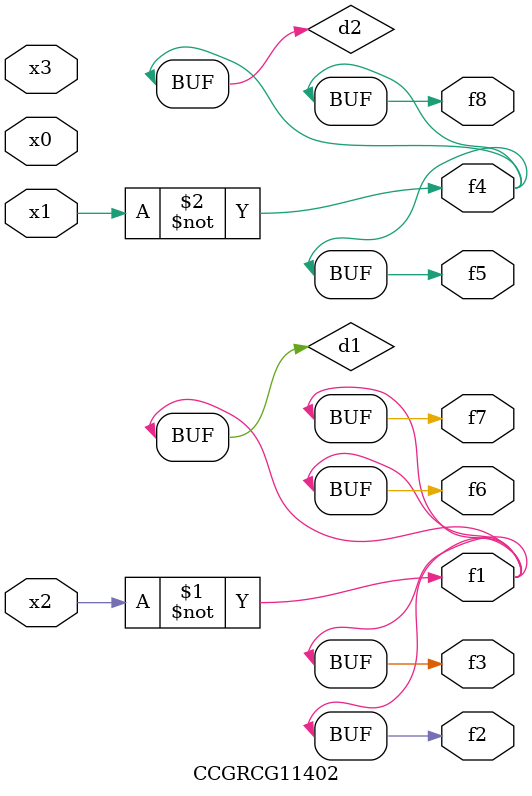
<source format=v>
module CCGRCG11402(
	input x0, x1, x2, x3,
	output f1, f2, f3, f4, f5, f6, f7, f8
);

	wire d1, d2;

	xnor (d1, x2);
	not (d2, x1);
	assign f1 = d1;
	assign f2 = d1;
	assign f3 = d1;
	assign f4 = d2;
	assign f5 = d2;
	assign f6 = d1;
	assign f7 = d1;
	assign f8 = d2;
endmodule

</source>
